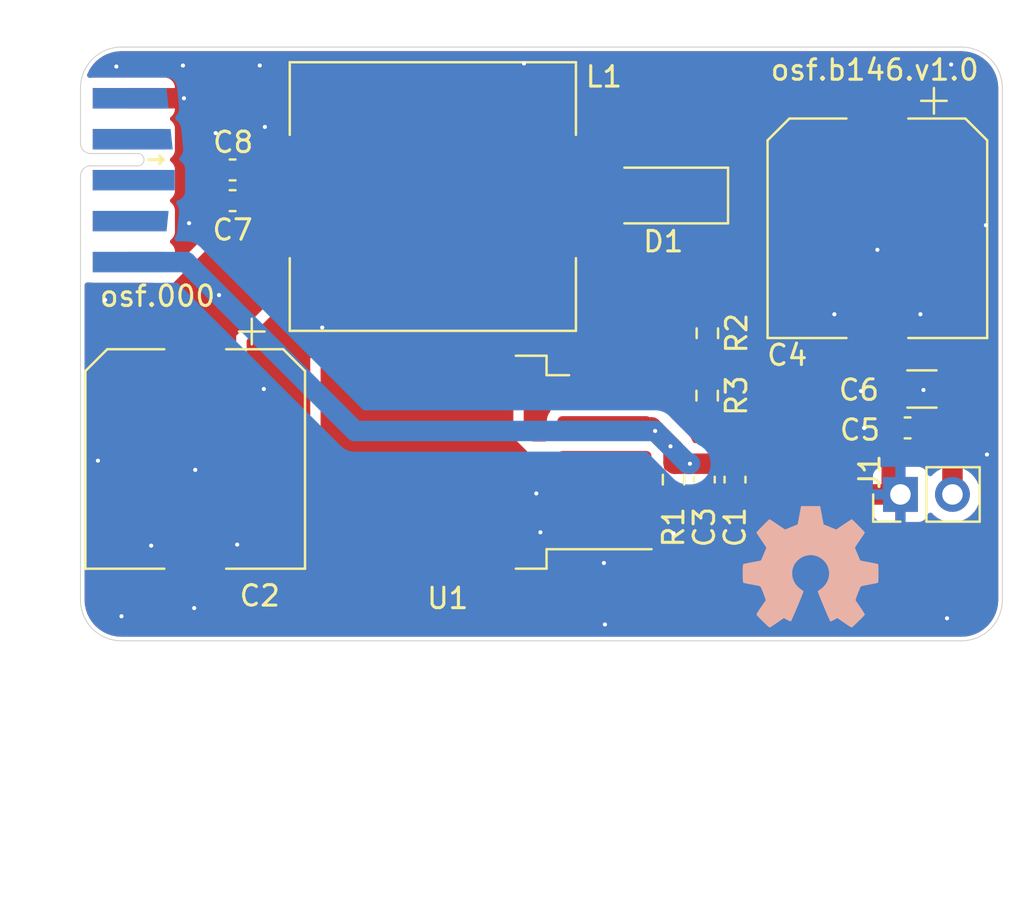
<source format=kicad_pcb>
(kicad_pcb (version 20221018) (generator pcbnew)
  (layers (0 "F.Cu" signal) (31 "B.Cu" signal) (34 "B.Paste" user) (35 "F.Paste" user) (36 "B.SilkS" user "B.Silkscreen") (37 "F.SilkS" user "F.Silkscreen") (38 "B.Mask" user) (39 "F.Mask" user) (44 "Edge.Cuts" user))
  (net 0 "")
  (net 1 "/DCDC/5V")
  (net 2 "GND")
  (net 3 "Net-(U1-EN)")
  (net 4 "Net-(U1-FB)")
  (net 5 "/DCDC/+out")
  (net 6 "Net-(D1-A)")
  (footprint "Capacitor_SMD:C_0603_1608Metric" (layer "F.Cu") (at 147.425 97.5 180)
    (fp_text reference "C7" (at 0 -1.43) (layer "F.SilkS"))
    (fp_text value "100nF")
    (fp_line (start -0.14058 -0.51) (end 0.14058 -0.51) (stroke (width 0.12)) (layer "F.SilkS"))
    (fp_line (start -0.14058 0.51) (end 0.14058 0.51) (stroke (width 0.12)) (layer "F.SilkS"))
    (pad "1" smd roundrect (at -0.775 0 180) (size 0.9 0.95) (layers "F.Cu" "F.Paste" "F.Mask") (net 1 "/DCDC/5V"))
    (pad "2" smd roundrect (at 0.775 0 180) (size 0.9 0.95) (layers "F.Cu" "F.Paste" "F.Mask") (net 2 "GND"))
  )
  (footprint "Connector_PinHeader_2.54mm:PinHeader_1x02_P2.54mm_Vertical" (layer "F.Cu") (at 180.025 111.85 90)
    (fp_text reference "J1" (at 1.1 -1.5 90) (layer "F.SilkS"))
    (fp_text value "Conn_01x02_Pin")
    (fp_line (start -1.33 -1.33) (end 0 -1.33) (stroke (width 0.12)) (layer "F.SilkS"))
    (fp_line (start -1.33 0) (end -1.33 -1.33) (stroke (width 0.12)) (layer "F.SilkS"))
    (fp_line (start -1.33 1.27) (end -1.33 3.87) (stroke (width 0.12)) (layer "F.SilkS"))
    (fp_line (start -1.33 1.27) (end 1.33 1.27) (stroke (width 0.12)) (layer "F.SilkS"))
    (fp_line (start -1.33 3.87) (end 1.33 3.87) (stroke (width 0.12)) (layer "F.SilkS"))
    (fp_line (start 1.33 1.27) (end 1.33 3.87) (stroke (width 0.12)) (layer "F.SilkS"))
    (pad "1" thru_hole rect (at 0 0 90) (size 1.7 1.7) (drill 1) (layers "*.Cu" "*.Mask") (net 2 "GND"))
    (pad "2" thru_hole oval (at 0 2.54 90) (size 1.7 1.7) (drill 1) (layers "*.Cu" "*.Mask") (net 5 "/DCDC/+out"))
  )
  (footprint "Capacitor_SMD:C_1206_3216Metric" (layer "F.Cu") (at 181.075 106.7 180)
    (fp_text reference "C6" (at 3.075 -0.05) (layer "F.SilkS"))
    (fp_text value "1uF")
    (fp_line (start -0.711252 -0.91) (end 0.711252 -0.91) (stroke (width 0.12)) (layer "F.SilkS"))
    (fp_line (start -0.711252 0.91) (end 0.711252 0.91) (stroke (width 0.12)) (layer "F.SilkS"))
    (pad "1" smd roundrect (at -1.475 0 180) (size 1.15 1.8) (layers "F.Cu" "F.Paste" "F.Mask") (roundrect_rratio 0.2173913043) (net 5 "/DCDC/+out"))
    (pad "2" smd roundrect (at 1.475 0 180) (size 1.15 1.8) (layers "F.Cu" "F.Paste" "F.Mask") (roundrect_rratio 0.2173913043) (net 2 "GND"))
  )
  (footprint "Capacitor_SMD:C_0603_1608Metric" (layer "F.Cu") (at 147.425 96 180)
    (fp_text reference "C8" (at -0.025 1.35) (layer "F.SilkS"))
    (fp_text value "1uF")
    (fp_line (start -0.14058 -0.51) (end 0.14058 -0.51) (stroke (width 0.12)) (layer "F.SilkS"))
    (fp_line (start -0.14058 0.51) (end 0.14058 0.51) (stroke (width 0.12)) (layer "F.SilkS"))
    (pad "1" smd roundrect (at -0.775 0 180) (size 0.9 0.95) (layers "F.Cu" "F.Paste" "F.Mask") (net 1 "/DCDC/5V"))
    (pad "2" smd roundrect (at 0.775 0 180) (size 0.9 0.95) (layers "F.Cu" "F.Paste" "F.Mask") (net 2 "GND"))
  )
  (footprint "Resistor_SMD:R_0603_1608Metric" (layer "F.Cu") (at 170.59 107.025 -90)
    (fp_text reference "R3" (at 0 -1.43 90) (layer "F.SilkS"))
    (fp_text value "2.5k")
    (fp_line (start -0.237258 -0.5225) (end 0.237258 -0.5225) (stroke (width 0.12)) (layer "F.SilkS"))
    (fp_line (start -0.237258 0.5225) (end 0.237258 0.5225) (stroke (width 0.12)) (layer "F.SilkS"))
    (pad "1" smd roundrect (at -0.825 0 270) (size 0.8 0.95) (layers "F.Cu" "F.Paste" "F.Mask") (net 4 "Net-(U1-FB)"))
    (pad "2" smd roundrect (at 0.825 0 270) (size 0.8 0.95) (layers "F.Cu" "F.Paste" "F.Mask") (net 2 "GND"))
  )
  (footprint "Capacitor_SMD:C_0603_1608Metric" (layer "F.Cu") (at 180.375 108.6 180)
    (fp_text reference "C5" (at 2.325 -0.1) (layer "F.SilkS"))
    (fp_text value "100nF")
    (fp_line (start -0.14058 -0.51) (end 0.14058 -0.51) (stroke (width 0.12)) (layer "F.SilkS"))
    (fp_line (start -0.14058 0.51) (end 0.14058 0.51) (stroke (width 0.12)) (layer "F.SilkS"))
    (pad "1" smd roundrect (at -0.775 0 180) (size 0.9 0.95) (layers "F.Cu" "F.Paste" "F.Mask") (net 5 "/DCDC/+out"))
    (pad "2" smd roundrect (at 0.775 0 180) (size 0.9 0.95) (layers "F.Cu" "F.Paste" "F.Mask") (net 2 "GND"))
  )
  (footprint "Capacitor_SMD:CP_Elec_10x14.3" (layer "F.Cu") (at 145.6 110.1175 -90)
    (fp_text reference "C2" (at 6.6825 -3.15 -180) (layer "F.SilkS"))
    (fp_text value "220uF")
    (fp_line (start -6.85 -2.76) (end -5.6 -2.76) (stroke (width 0.12)) (layer "F.SilkS"))
    (fp_line (start -6.225 -3.385) (end -6.225 -2.135) (stroke (width 0.12)) (layer "F.SilkS"))
    (fp_line (start -5.36 -4.295563) (end -5.36 -1.51) (stroke (width 0.12)) (layer "F.SilkS"))
    (fp_line (start -5.36 -4.295563) (end -4.295563 -5.36) (stroke (width 0.12)) (layer "F.SilkS"))
    (fp_line (start -5.36 4.295563) (end -5.36 1.51) (stroke (width 0.12)) (layer "F.SilkS"))
    (fp_line (start -5.36 4.295563) (end -4.295563 5.36) (stroke (width 0.12)) (layer "F.SilkS"))
    (fp_line (start -4.295563 -5.36) (end 5.36 -5.36) (stroke (width 0.12)) (layer "F.SilkS"))
    (fp_line (start -4.295563 5.36) (end 5.36 5.36) (stroke (width 0.12)) (layer "F.SilkS"))
    (fp_line (start 5.36 -5.36) (end 5.36 -1.51) (stroke (width 0.12)) (layer "F.SilkS"))
    (fp_line (start 5.36 5.36) (end 5.36 1.51) (stroke (width 0.12)) (layer "F.SilkS"))
    (pad "1" smd roundrect (at -4.2 0 270) (size 4.4 2.5) (layers "F.Cu" "F.Paste" "F.Mask") (roundrect_rratio 0.1) (net 1 "/DCDC/5V"))
    (pad "2" smd roundrect (at 4.2 0 270) (size 4.4 2.5) (layers "F.Cu" "F.Paste" "F.Mask") (roundrect_rratio 0.1) (net 2 "GND"))
  )
  (footprint "Inductor_SMD:L_Sunlord_MWSA1206S-470" (layer "F.Cu") (at 157.2 97.3)
    (fp_text reference "L1" (at 8.35 -5.85) (layer "F.SilkS"))
    (fp_text value "47uH")
    (fp_line (start -6.985 -6.56) (end -6.985 -3.01) (stroke (width 0.12)) (layer "F.SilkS"))
    (fp_line (start -6.985 -6.56) (end 6.985 -6.56) (stroke (width 0.12)) (layer "F.SilkS"))
    (fp_line (start -6.985 6.56) (end -6.985 3.01) (stroke (width 0.12)) (layer "F.SilkS"))
    (fp_line (start -6.985 6.56) (end 6.985 6.56) (stroke (width 0.12)) (layer "F.SilkS"))
    (fp_line (start 6.985 -6.56) (end 6.985 -3.01) (stroke (width 0.12)) (layer "F.SilkS"))
    (fp_line (start 6.985 6.56) (end 6.985 3.01) (stroke (width 0.12)) (layer "F.SilkS"))
    (pad "1" smd rect (at -5.625 0) (size 3.25 5.5) (layers "F.Cu" "F.Paste" "F.Mask") (net 1 "/DCDC/5V"))
    (pad "2" smd rect (at 5.625 0) (size 3.25 5.5) (layers "F.Cu" "F.Paste" "F.Mask") (net 6 "Net-(D1-A)"))
  )
  (footprint "on_edge:on_edge_2x05_device" (layer "F.Cu") (at 140 96.5 -90)
    (fp_text reference "J3")
    (fp_text value "003_power")
    (fp_line (start -1.2 -3.85) (end -1 -4.05) (stroke (width 0.153)) (layer "F.SilkS"))
    (fp_line (start -1 -4.05) (end -1 -3.323) (stroke (width 0.153)) (layer "F.SilkS"))
    (fp_line (start -1 -4.05) (end -0.8 -3.85) (stroke (width 0.153)) (layer "F.SilkS"))
    (fp_line (start -4 0) (end -1.8 0) (stroke (width 0.05)) (layer "Edge.Cuts"))
    (fp_line (start -1.3 -2.8) (end -1.3 -0.5) (stroke (width 0.05)) (layer "Edge.Cuts"))
    (fp_line (start -0.7 -0.5) (end -0.7 -2.8) (stroke (width 0.05)) (layer "Edge.Cuts"))
    (fp_line (start -0.2 0) (end 4 0) (stroke (width 0.05)) (layer "Edge.Cuts"))
    (fp_arc (start -1.3 -2.8) (mid -1 -3.1) (end -0.7 -2.8) (stroke (width 0.05)) (layer "Edge.Cuts"))
    (fp_arc (start -1.3 -0.5) (mid -1.446447 -0.146447) (end -1.8 0) (stroke (width 0.05)) (layer "Edge.Cuts"))
    (fp_arc (start -0.2 0) (mid -0.553553 -0.146447) (end -0.7 -0.5) (stroke (width 0.05)) (layer "Edge.Cuts"))
    (pad "1" smd rect (at -4 -2.35 90) (size 1 3.5) (layers "F.Cu" "F.Mask") (net 2 "GND"))
    (pad "2" smd rect (at -2 -2.35 270) (size 1 3.5) (layers "F.Cu" "F.Mask"))
    (pad "3" smd rect (at 0 -2.35 270) (size 1 3.5) (layers "F.Cu" "F.Mask"))
    (pad "4" smd rect (at 2 -2.35 90) (size 1 3.5) (layers "F.Cu" "F.Mask"))
    (pad "5" smd rect (at 4 -2.35 90) (size 1 3.5) (layers "F.Cu" "F.Mask"))
    (pad "6" smd custom (at -4 -2.4 270) (size 1 3.6) (layers "B.Cu" "B.Mask") (options (clearance outline) (anchor rect)) (primitives (gr_poly (pts (xy 0.5 -1.8) (xy 0.5 -1.9) (xy -0.5 -1.8)) (width 0) (fill yes))))
    (pad "7" smd custom (at -2 -2.1 270) (size 1 3) (layers "B.Cu" "B.Mask") (options (clearance outline) (anchor rect)) (primitives (gr_poly (pts (xy 0.3 -0.51) (xy 0.31 -0.62) (xy 0.33 -0.7) (xy 0.35 -0.76) (xy 0.37 -0.81) (xy 0.4 -0.86) (xy 0.44 -0.92) (xy 0.48 -0.97) (xy 0.5 -0.99) (xy 0.5 -2.4) (xy -0.5 -2.3) (xy -0.5 1.5) (xy 0.3 1.5)) (width 0) (fill yes))))
    (pad "8" smd rect (at 0 -2.6 270) (size 1 4) (layers "B.Cu" "B.Mask"))
    (pad "9" smd custom (at 2 -2.4 270) (size 1 3.6) (layers "B.Cu" "B.Mask") (options (clearance outline) (anchor rect)) (primitives (gr_poly (pts (xy -0.5 -1.8) (xy -0.5 -1.9) (xy 0.5 -1.8)) (width 0) (fill yes))))
    (pad "10" smd custom (at 4 -2.3 270) (size 1 3.4) (layers "B.Cu" "B.Mask") (net 1 "/DCDC/5V") (options (clearance outline) (anchor rect)) (primitives (gr_poly (pts (xy -0.5 -1.7) (xy -0.5 -1.8) (xy 0.5 -1.7)) (width 0) (fill yes))))
    (zone (net 0) (net_name "") (layers "F&B.Cu") (connect_pads (clearance 0)) (min_thickness 0.254)
      (keepout (tracks allowed) (vias not_allowed) (pads allowed) (copperpour not_allowed) (footprints not_allowed))
      (fill (thermal_gap 0.508) (thermal_bridge_width 0.508))
      (polygon (pts (xy 140 101.5) (xy 140 91.5) (xy 144 91.5) (xy 144 101.5)))
    )
  )
  (footprint "Resistor_SMD:R_0603_1608Metric" (layer "F.Cu") (at 170.6 103.975 -90)
    (fp_text reference "R2" (at 0 -1.43 90) (layer "F.SilkS"))
    (fp_text value "100k")
    (fp_line (start -0.237258 -0.5225) (end 0.237258 -0.5225) (stroke (width 0.12)) (layer "F.SilkS"))
    (fp_line (start -0.237258 0.5225) (end 0.237258 0.5225) (stroke (width 0.12)) (layer "F.SilkS"))
    (pad "1" smd roundrect (at -0.825 0 270) (size 0.8 0.95) (layers "F.Cu" "F.Paste" "F.Mask") (net 5 "/DCDC/+out"))
    (pad "2" smd roundrect (at 0.825 0 270) (size 0.8 0.95) (layers "F.Cu" "F.Paste" "F.Mask") (net 4 "Net-(U1-FB)"))
  )
  (footprint "Package_TO_SOT_SMD:TO-263-5_TabPin3" (layer "F.Cu") (at 157.925 110.275 180)
    (fp_text reference "U1" (at 0 -6.65) (layer "F.SilkS"))
    (fp_text value "XL6019E1")
    (fp_line (start -4.825 -5.2) (end -4.825 -4.25) (stroke (width 0.12)) (layer "F.SilkS"))
    (fp_line (start -4.825 -4.25) (end -9.95 -4.25) (stroke (width 0.12)) (layer "F.SilkS"))
    (fp_line (start -4.825 4.25) (end -5.925 4.25) (stroke (width 0.12)) (layer "F.SilkS"))
    (fp_line (start -4.825 5.2) (end -4.825 4.25) (stroke (width 0.12)) (layer "F.SilkS"))
    (fp_line (start -3.325 -5.2) (end -4.825 -5.2) (stroke (width 0.12)) (layer "F.SilkS"))
    (fp_line (start -3.325 5.2) (end -4.825 5.2) (stroke (width 0.12)) (layer "F.SilkS"))
    (pad "1" smd roundrect (at -7.65 -3.4 180) (size 4.6 1.1) (layers "F.Cu" "F.Paste" "F.Mask") (roundrect_rratio 0.2272727273) (net 2 "GND"))
    (pad "2" smd roundrect (at -7.65 -1.7 180) (size 4.6 1.1) (layers "F.Cu" "F.Paste" "F.Mask") (roundrect_rratio 0.2272727273) (net 3 "Net-(U1-EN)"))
    (pad "3" smd roundrect (at -7.65 0 180) (size 4.6 1.1) (layers "F.Cu" "F.Paste" "F.Mask") (roundrect_rratio 0.2272727273) (net 6 "Net-(D1-A)"))
    (pad "3" smd roundrect (at -0.925 -2.775 180) (size 4.55 5.25) (layers "F.Cu" "F.Paste") (roundrect_rratio 0.05494505495) (net 6 "Net-(D1-A)"))
    (pad "3" smd roundrect (at -0.925 2.775 180) (size 4.55 5.25) (layers "F.Cu" "F.Paste") (roundrect_rratio 0.05494505495) (net 6 "Net-(D1-A)"))
    (pad "3" smd roundrect (at 1.5 0 180) (size 9.4 10.8) (layers "F.Cu" "F.Mask") (roundrect_rratio 0.02659595745) (net 6 "Net-(D1-A)"))
    (pad "3" smd roundrect (at 3.925 -2.775 180) (size 4.55 5.25) (layers "F.Cu" "F.Paste") (roundrect_rratio 0.05494505495) (net 6 "Net-(D1-A)"))
    (pad "3" smd roundrect (at 3.925 2.775 180) (size 4.55 5.25) (layers "F.Cu" "F.Paste") (roundrect_rratio 0.05494505495) (net 6 "Net-(D1-A)"))
    (pad "4" smd roundrect (at -7.65 1.7 180) (size 4.6 1.1) (layers "F.Cu" "F.Paste" "F.Mask") (roundrect_rratio 0.2272727273) (net 1 "/DCDC/5V"))
    (pad "5" smd roundrect (at -7.65 3.4 180) (size 4.6 1.1) (layers "F.Cu" "F.Paste" "F.Mask") (roundrect_rratio 0.2272727273) (net 4 "Net-(U1-FB)"))
  )
  (footprint "Diode_SMD:D_SOD-128" (layer "F.Cu") (at 168.45 97.25 180)
    (fp_text reference "D1" (at 0 -2.25) (layer "F.SilkS"))
    (fp_text value "PMEG6010EP,115")
    (fp_line (start -3.16 -1.36) (end -3.16 1.36) (stroke (width 0.12)) (layer "F.SilkS"))
    (fp_line (start -3.16 -1.36) (end 1.9 -1.36) (stroke (width 0.12)) (layer "F.SilkS"))
    (fp_line (start -3.16 1.36) (end 1.9 1.36) (stroke (width 0.12)) (layer "F.SilkS"))
    (pad "1" smd roundrect (at -2.2 0 180) (size 1.4 2.1) (layers "F.Cu" "F.Paste" "F.Mask") (roundrect_rratio 0.1785714286) (net 5 "/DCDC/+out"))
    (pad "2" smd roundrect (at 2.2 0 180) (size 1.4 2.1) (layers "F.Cu" "F.Paste" "F.Mask") (roundrect_rratio 0.1785714286) (net 6 "Net-(D1-A)"))
  )
  (footprint "Capacitor_SMD:CP_Elec_10x14.3" (layer "F.Cu") (at 178.9 98.85 -90)
    (fp_text reference "C4" (at 6.2 4.4 -180) (layer "F.SilkS"))
    (fp_text value "220uF")
    (fp_line (start -6.85 -2.76) (end -5.6 -2.76) (stroke (width 0.12)) (layer "F.SilkS"))
    (fp_line (start -6.225 -3.385) (end -6.225 -2.135) (stroke (width 0.12)) (layer "F.SilkS"))
    (fp_line (start -5.36 -4.295563) (end -5.36 -1.51) (stroke (width 0.12)) (layer "F.SilkS"))
    (fp_line (start -5.36 -4.295563) (end -4.295563 -5.36) (stroke (width 0.12)) (layer "F.SilkS"))
    (fp_line (start -5.36 4.295563) (end -5.36 1.51) (stroke (width 0.12)) (layer "F.SilkS"))
    (fp_line (start -5.36 4.295563) (end -4.295563 5.36) (stroke (width 0.12)) (layer "F.SilkS"))
    (fp_line (start -4.295563 -5.36) (end 5.36 -5.36) (stroke (width 0.12)) (layer "F.SilkS"))
    (fp_line (start -4.295563 5.36) (end 5.36 5.36) (stroke (width 0.12)) (layer "F.SilkS"))
    (fp_line (start 5.36 -5.36) (end 5.36 -1.51) (stroke (width 0.12)) (layer "F.SilkS"))
    (fp_line (start 5.36 5.36) (end 5.36 1.51) (stroke (width 0.12)) (layer "F.SilkS"))
    (pad "1" smd roundrect (at -4.2 0 270) (size 4.4 2.5) (layers "F.Cu" "F.Paste" "F.Mask") (roundrect_rratio 0.1) (net 5 "/DCDC/+out"))
    (pad "2" smd roundrect (at 4.2 0 270) (size 4.4 2.5) (layers "F.Cu" "F.Paste" "F.Mask") (roundrect_rratio 0.1) (net 2 "GND"))
  )
  (footprint "Capacitor_SMD:C_0603_1608Metric" (layer "F.Cu") (at 170.45 111.125 -90)
    (fp_text reference "C3" (at 2.325 0 90) (layer "F.SilkS"))
    (fp_text value "100nF")
    (fp_line (start -0.14058 -0.51) (end 0.14058 -0.51) (stroke (width 0.12)) (layer "F.SilkS"))
    (fp_line (start -0.14058 0.51) (end 0.14058 0.51) (stroke (width 0.12)) (layer "F.SilkS"))
    (pad "1" smd roundrect (at -0.775 0 270) (size 0.9 0.95) (layers "F.Cu" "F.Paste" "F.Mask") (net 1 "/DCDC/5V"))
    (pad "2" smd roundrect (at 0.775 0 270) (size 0.9 0.95) (layers "F.Cu" "F.Paste" "F.Mask") (net 2 "GND"))
  )
  (footprint "Resistor_SMD:R_0603_1608Metric" (layer "F.Cu") (at 168.95 111.125 -90)
    (fp_text reference "R1" (at 2.325 0 90) (layer "F.SilkS"))
    (fp_text value "100k")
    (fp_line (start -0.237258 -0.5225) (end 0.237258 -0.5225) (stroke (width 0.12)) (layer "F.SilkS"))
    (fp_line (start -0.237258 0.5225) (end 0.237258 0.5225) (stroke (width 0.12)) (layer "F.SilkS"))
    (pad "1" smd roundrect (at -0.825 0 270) (size 0.8 0.95) (layers "F.Cu" "F.Paste" "F.Mask") (net 1 "/DCDC/5V"))
    (pad "2" smd roundrect (at 0.825 0 270) (size 0.8 0.95) (layers "F.Cu" "F.Paste" "F.Mask") (net 3 "Net-(U1-EN)"))
  )
  (footprint "Capacitor_SMD:C_0603_1608Metric" (layer "F.Cu") (at 171.95 111.125 -90)
    (fp_text reference "C1" (at 2.325 0 90) (layer "F.SilkS"))
    (fp_text value "1uF")
    (fp_line (start -0.14058 -0.51) (end 0.14058 -0.51) (stroke (width 0.12)) (layer "F.SilkS"))
    (fp_line (start -0.14058 0.51) (end 0.14058 0.51) (stroke (width 0.12)) (layer "F.SilkS"))
    (pad "1" smd roundrect (at -0.775 0 270) (size 0.9 0.95) (layers "F.Cu" "F.Paste" "F.Mask") (net 1 "/DCDC/5V"))
    (pad "2" smd roundrect (at 0.775 0 270) (size 0.9 0.95) (layers "F.Cu" "F.Paste" "F.Mask") (net 2 "GND"))
  )
  (footprint "Symbol:OSHW-Symbol_6.7x6mm_SilkScreen" (layer "B.Cu") (at 175.65 115.4 180)
    (fp_text reference "LOGO1" hide)
    (fp_text value "Logo_Open_Hardware_Small" hide)
    (fp_poly (pts (xy 0.555814 2.531069) (xy 0.639635 2.086445) (xy 0.94892 1.958947) (xy 1.258206 1.831449) (xy 1.629246 2.083754) (xy 1.733157 2.154004) (xy 1.827087 2.216728) (xy 1.906652 2.269062) (xy 1.96747 2.308143) (xy 2.005157 2.331107) (xy 2.015421 2.336058) (xy 2.03391 2.323324) (xy 2.07342 2.288118) (xy 2.129522 2.234938) (xy 2.197787 2.168282) (xy 2.273786 2.092646) (xy 2.353092 2.012528) (xy 2.431275 1.932426) (xy 2.503907 1.856836) (xy 2.566559 1.790255) (xy 2.614803 1.737182) (xy 2.64421 1.702113) (xy 2.651241 1.690377) (xy 2.641123 1.66874) (xy 2.612759 1.621338) (xy 2.569129 1.552807) (xy 2.513218 1.467785) (xy 2.448006 1.370907) (xy 2.410219 1.31565) (xy 2.341343 1.214752) (xy 2.28014 1.123701) (xy 2.229578 1.04703) (xy 2.192628 0.989272) (xy 2.172258 0.954957) (xy 2.169197 0.947746) (xy 2.176136 0.927252) (xy 2.195051 0.879487) (xy 2.223087 0.811168) (xy 2.257391 0.729011) (xy 2.295109 0.63973) (xy 2.333387 0.550042) (xy 2.36937 0.466662) (xy 2.400206 0.396306) (xy 2.423039 0.34569) (xy 2.435017 0.321529) (xy 2.435724 0.320578) (xy 2.454531 0.315964) (xy 2.504618 0.305672) (xy 2.580793 0.290713) (xy 2.677865 0.272099) (xy 2.790643 0.250841) (xy 2.856442 0.238582) (xy 2.97695 0.215638) (xy 3.085797 0.193805) (xy 3.177476 0.174278) (xy 3.246481 0.158252) (xy 3.287304 0.146921) (xy 3.295511 0.143326) (xy 3.303548 0.118994) (xy 3.310033 0.064041) (xy 3.31497 -0.015108) (xy 3.318364 -0.112026) (xy 3.320218 -0.220287) (xy 3.320538 -0.333465) (xy 3.319327 -0.445135) (xy 3.31659 -0.548868) (xy 3.312331 -0.638241) (xy 3.306555 -0.706826) (xy 3.299267 -0.748197) (xy 3.294895 -0.75681) (xy 3.268764 -0.767133) (xy 3.213393 -0.781892) (xy 3.136107 -0.799352) (xy 3.04423 -0.81778) (xy 3.012158 -0.823741) (xy 2.857524 -0.852066) (xy 2.735375 -0.874876) (xy 2.641673 -0.89308) (xy 2.572384 -0.907583) (xy 2.523471 -0.919292) (xy 2.490897 -0.929115) (xy 2.470628 -0.937956) (xy 2.458626 -0.946724) (xy 2.456947 -0.948457) (xy 2.440184 -0.976371) (xy 2.414614 -1.030695) (xy 2.382788 -1.104777) (xy 2.34726 -1.191965) (xy 2.310583 -1.285608) (xy 2.275311 -1.379052) (xy 2.243996 -1.465647) (xy 2.219193 -1.53874) (xy 2.203454 -1.591678) (xy 2.199332 -1.617811) (xy 2.199676 -1.618726) (xy 2.213641 -1.640086) (xy 2.245322 -1.687084) (xy 2.291391 -1.754827) (xy 2.348518 -1.838423) (xy 2.413373 -1.932982) (xy 2.431843 -1.959854) (xy 2.497699 -2.057275) (xy 2.55565 -2.146163) (xy 2.602538 -2.221412) (xy 2.635207 -2.27792) (xy 2.6505 -2.310581) (xy 2.651241 -2.314593) (xy 2.638392 -2.335684) (xy 2.602888 -2.377464) (xy 2.549293 -2.435445) (xy 2.482171 -2.505135) (xy 2.406087 -2.582045) (xy 2.325604 -2.661683) (xy 2.245287 -2.739561) (xy 2.169699 -2.811186) (xy 2.103405 -2.87207) (xy 2.050969 -2.917721) (xy 2.016955 -2.94365) (xy 2.007545 -2.947883) (xy 1.985643 -2.937912) (xy 1.9408 -2.91102) (xy 1.880321 -2.871736) (xy 1.833789 -2.840117) (xy 1.749475 -2.782098) (xy 1.649626 -2.713784) (xy 1.549473 -2.645579) (xy 1.495627 -2.609075) (xy 1.313371 -2.4858) (xy 1.160381 -2.56852) (xy 1.090682 -2.604759) (xy 1.031414 -2.632926) (xy 0.991311 -2.648991) (xy 0.981103 -2.651226) (xy 0.968829 -2.634722) (xy 0.944613 -2.588082) (xy 0.910263 -2.515609) (xy 0.867588 -2.421606) (xy 0.818394 -2.310374) (xy 0.76449 -2.186215) (xy 0.707684 -2.053432) (xy 0.649782 -1.916327) (xy 0.592593 -1.779202) (xy 0.537924 -1.646358) (xy 0.487584 -1.522098) (xy 0.44338 -1.410725) (xy 0.407119 -1.316539) (xy 0.380609 -1.243844) (xy 0.365658 -1.196941) (xy 0.363254 -1.180833) (xy 0.382311 -1.160286) (xy 0.424036 -1.126933) (xy 0.479706 -1.087702) (xy 0.484378 -1.084599) (xy 0.628264 -0.969423) (xy 0.744283 -0.835053) (xy 0.83143 -0.685784) (xy 0.888699 -0.525913) (xy 0.915086 -0.359737) (xy 0.909585 -0.191552) (xy 0.87119 -0.025655) (xy 0.798895 0.133658) (xy 0.777626 0.168513) (xy 0.666996 0.309263) (xy 0.536302 0.422286) (xy 0.390064 0.506997) (xy 0.232808 0.562806) (xy 0.069057 0.589126) (xy -0.096667 0.58537) (xy -0.259838 0.55095) (xy -0.415935 0.485277) (xy -0.560433 0.387765) (xy -0.605131 0.348187) (xy -0.718888 0.224297) (xy -0.801782 0.093876) (xy -0.858644 -0.052315) (xy -0.890313 -0.197088) (xy -0.898131 -0.35986) (xy -0.872062 -0.52344) (xy -0.814755 -0.682298) (xy -0.728856 -0.830906) (xy -0.617014 -0.963735) (xy -0.481877 -1.075256) (xy -0.464117 -1.087011) (xy -0.40785 -1.125508) (xy -0.365077 -1.158863) (xy -0.344628 -1.18016) (xy -0.344331 -1.180833) (xy -0.348721 -1.203871) (xy -0.366124 -1.256157) (xy -0.394732 -1.33339) (xy -0.432735 -1.431268) (xy -0.478326 -1.545491) (xy -0.529697 -1.671758) (xy -0.585038 -1.805767) (xy -0.642542 -1.943218) (xy -0.700399 -2.079808) (xy -0.756802 -2.211237) (xy -0.809942 -2.333205) (xy -0.85801 -2.441409) (xy -0.899199 -2.531549) (xy -0.931699 -2.599323) (xy -0.953703 -2.64043) (xy -0.962564 -2.651226) (xy -0.98964 -2.642819) (xy -1.040303 -2.620272) (xy -1.105817 -2.587613) (xy -1.141841 -2.56852) (xy -1.294832 -2.4858) (xy -1.477088 -2.609075) (xy -1.570125 -2.672228) (xy -1.671985 -2.741727) (xy -1.767438 -2.807165) (xy -1.81525 -2.840117) (xy -1.882495 -2.885273) (xy -1.939436 -2.921057) (xy -1.978646 -2.942938) (xy -1.991381 -2.947563) (xy -2.009917 -2.935085) (xy -2.050941 -2.900252) (xy -2.110475 -2.846678) (xy -2.184542 -2.777983) (xy -2.269165 -2.697781) (xy -2.322685 -2.646286) (xy -2.416319 -2.554286) (xy -2.497241 -2.471999) (xy -2.562177 -2.402945) (xy -2.607858 -2.350644) (xy -2.631011 -2.318616) (xy -2.633232 -2.312116) (xy -2.622924 -2.287394) (xy -2.594439 -2.237405) (xy -2.550937 -2.167212) (xy -2.495577 -2.081875) (xy -2.43152 -1.986456) (xy -2.413303 -1.959854) (xy -2.346927 -1.863167) (xy -2.287378 -1.776117) (xy -2.237984 -1.703595) (xy -2.202075 -1.650493) (xy -2.182981 -1.621703) (xy -2.181136 -1.618726) (xy -2.183895 -1.595782) (xy -2.198538 -1.545336) (xy -2.222513 -1.474041) (xy -2.253266 -1.388547) (xy -2.288244 -1.295507) (xy -2.324893 -1.201574) (xy -2.360661 -1.113399) (xy -2.392994 -1.037634) (xy -2.419338 -0.980931) (xy -2.437142 -0.949943) (xy -2.438407 -0.948457) (xy -2.449294 -0.939601) (xy -2.467682 -0.930843) (xy -2.497606 -0.921277) (xy -2.543103 -0.909996) (xy -2.608209 -0.896093) (xy -2.696961 -0.878663) (xy -2.813393 -0.856798) (xy -2.961542 -0.829591) (xy -2.993618 -0.823741) (xy -3.088686 -0.805374) (xy -3.171565 -0.787405) (xy -3.23493 -0.771569) (xy -3.271458 -0.7596) (xy -3.276356 -0.75681) (xy -3.284427 -0.732072) (xy -3.290987 -0.67679) (xy -3.296033 -0.597389) (xy -3.299559 -0.500296) (xy -3.301561 -0.391938) (xy -3.302036 -0.27874) (xy -3.300977 -0.167128) (xy -3.298382 -0.063529) (xy -3.294246 0.025632) (xy -3.288563 0.093928) (xy -3.281331 0.134934) (xy -3.276971 0.143326) (xy -3.252698 0.151792) (xy -3.197426 0.165565) (xy -3.116662 0.18345) (xy -3.015912 0.204252) (xy -2.900683 0.226777) (xy -2.837902 0.238582) (xy -2.718787 0.260849) (xy -2.612565 0.281021) (xy -2.524427 0.298085) (xy -2.459566 0.311031) (xy -2.423174 0.318845) (xy -2.417184 0.320578) (xy -2.407061 0.34011) (xy -2.385662 0.387157) (xy -2.355839 0.454997) (xy -2.320445 0.536909) (xy -2.282332 0.626172) (xy -2.244353 0.716065) (xy -2.20936 0.799865) (xy -2.180206 0.870853) (xy -2.159743 0.922306) (xy -2.150823 0.947503) (xy -2.150657 0.948604) (xy -2.160769 0.968481) (xy -2.189117 1.014223) (xy -2.232723 1.081283) (xy -2.288606 1.165116) (xy -2.353787 1.261174) (xy -2.391679 1.31635) (xy -2.460725 1.417519) (xy -2.52205 1.50937) (xy -2.572663 1.587256) (xy -2.609571 1.646531) (xy -2.629782 1.682549) (xy -2.632701 1.690623) (xy -2.620153 1.709416) (xy -2.585463 1.749543) (xy -2.533063 1.806507) (xy -2.467384 1.875815) (xy -2.392856 1.952969) (xy -2.313913 2.033475) (xy -2.234983 2.112837) (xy -2.1605 2.18656) (xy -2.094894 2.250148) (xy -2.042596 2.299106) (xy -2.008039 2.328939) (xy -1.996478 2.336058) (xy -1.977654 2.326047) (xy -1.932631 2.297922) (xy -1.865787 2.254546) (xy -1.781499 2.198782) (xy -1.684144 2.133494) (xy -1.610707 2.083754) (xy -1.239667 1.831449) (xy -0.621095 2.086445) (xy -0.537275 2.531069) (xy -0.453454 2.975693) (xy 0.471994 2.975693) (xy 0.555814 2.531069)) (stroke (width 0.01)) (fill solid) (layer "B.SilkS"))
  )
  (gr_line (start 140 117) (end 140 100.5) (stroke (width 0.05)) (layer "Edge.Cuts"))
  (gr_line (start 142 90) (end 183 90) (stroke (width 0.05)) (layer "Edge.Cuts"))
  (gr_arc (start 185 117) (mid 184.414214 118.414214) (end 183 119) (stroke (width 0.05)) (layer "Edge.Cuts"))
  (gr_line (start 183 119) (end 142 119) (stroke (width 0.05)) (layer "Edge.Cuts"))
  (gr_arc (start 183 90) (mid 184.414214 90.585786) (end 185 92) (stroke (width 0.05)) (layer "Edge.Cuts"))
  (gr_arc (start 142 119) (mid 140.585786 118.414214) (end 140 117) (stroke (width 0.05)) (layer "Edge.Cuts"))
  (gr_line (start 185 117) (end 185 92) (stroke (width 0.05)) (layer "Edge.Cuts"))
  (gr_line (start 140 92.5) (end 140 92) (stroke (width 0.05)) (layer "Edge.Cuts"))
  (gr_arc (start 140 92) (mid 140.585786 90.585786) (end 142 90) (stroke (width 0.05)) (layer "Edge.Cuts"))
  (gr_text "osf.000" (at 140.85 102.75) (layer "F.SilkS") (effects (font (size 1 1)) (justify left bottom)))
  (gr_text "osf.b146.v1.0" (at 173.6 91.7) (layer "F.SilkS") (effects (font (size 1 1)) (justify left bottom)))
  (segment (start 145.6 103.275) (end 146.7625 102.1125) (width 1) (layer "F.Cu") (net 1))
  (segment (start 167.875 108.575) (end 168.05 108.75) (width 1) (layer "F.Cu") (net 1))
  (segment (start 146.7625 102.1125) (end 151.575 97.3) (width 1) (layer "F.Cu") (net 1))
  (segment (start 145.6 105.9175) (end 145.6 103.275) (width 4) (layer "F.Cu") (net 1))
  (segment (start 168.05 108.75) (end 168.8 109.5) (width 1) (layer "F.Cu") (net 1))
  (segment (start 169 110.35) (end 168.95 110.3) (width 1) (layer "F.Cu") (net 1))
  (segment (start 148.2 96) (end 148.2 97.5) (width 1) (layer "F.Cu") (net 1))
  (segment (start 171.95 110.35) (end 169.75 110.35) (width 1) (layer "F.Cu") (net 1))
  (segment (start 168.95 109.65) (end 168.95 110.3) (width 1) (layer "F.Cu") (net 1))
  (segment (start 168.8 109.5) (end 168.95 109.65) (width 1) (layer "F.Cu") (net 1))
  (segment (start 148.2 97.5) (end 151.375 97.5) (width 1) (layer "F.Cu") (net 1))
  (segment (start 165.575 108.575) (end 167.875 108.575) (width 1) (layer "F.Cu") (net 1))
  (segment (start 145.6 103.275) (end 151.575 97.3) (width 4) (layer "F.Cu") (net 1))
  (segment (start 151.375 97.5) (end 151.575 97.3) (width 1) (layer "F.Cu") (net 1))
  (segment (start 169.75 110.35) (end 169 110.35) (width 1) (layer "F.Cu") (net 1))
  (via (at 169.75 110.35) (size 0.5) (drill 0.2) (layers "F.Cu" "B.Cu") (net 1))
  (via (at 146.7625 102.1125) (size 0.5) (drill 0.2) (layers "F.Cu" "B.Cu") (net 1))
  (via (at 168.05 108.75) (size 0.5) (drill 0.2) (layers "F.Cu" "B.Cu") (net 1))
  (via (at 168.8 109.5) (size 0.5) (drill 0.2) (layers "F.Cu" "B.Cu") (net 1))
  (segment (start 142.3 100.5) (end 145.15 100.5) (width 1) (layer "B.Cu") (net 1))
  (segment (start 153.4 108.75) (end 146.7625 102.1125) (width 1) (layer "B.Cu") (net 1))
  (segment (start 168.05 108.75) (end 153.4 108.75) (width 1) (layer "B.Cu") (net 1))
  (segment (start 169.65 110.35) (end 168.05 108.75) (width 1) (layer "B.Cu") (net 1))
  (segment (start 145.15 100.5) (end 146.7625 102.1125) (width 1) (layer "B.Cu") (net 1))
  (segment (start 169.75 110.35) (end 169.65 110.35) (width 1) (layer "B.Cu") (net 1))
  (segment (start 145.6 114.3175) (end 147.5845 116.302) (width 1) (layer "F.Cu") (net 2))
  (segment (start 154.202 101.512692) (end 152.014692 103.7) (width 1) (layer "F.Cu") (net 2))
  (segment (start 146.65 94.15) (end 146.6 94.2) (width 1) (layer "F.Cu") (net 2))
  (segment (start 145.6 110.114692) (end 145.6 110.65) (width 1) (layer "F.Cu") (net 2))
  (segment (start 152.014692 103.7) (end 151.8 103.7) (width 1) (layer "F.Cu") (net 2))
  (segment (start 165.575 113.675) (end 168.875096 113.675) (width 1) (layer "F.Cu") (net 2))
  (segment (start 142.35 92.5) (end 145.05 92.5) (width 1) (layer "F.Cu") (net 2))
  (segment (start 147.5845 116.302) (end 162.948 116.302) (width 1) (layer "F.Cu") (net 2))
  (segment (start 149.023 93.923) (end 153.673 93.923) (width 1) (layer "F.Cu") (net 2))
  (segment (start 171.136146 107.85) (end 173.077 109.790854) (width 1) (layer "F.Cu") (net 2))
  (segment (start 146.65 95.525) (end 148.252 93.923) (width 1) (layer "F.Cu") (net 2))
  (segment (start 168.800096 113.75) (end 170.052 112.498096) (width 1) (layer "F.Cu") (net 2))
  (segment (start 151.8 103.7) (end 151.8 103.914692) (width 1) (layer "F.Cu") (net 2))
  (segment (start 148.252 93.923) (end 148.977 93.923) (width 1) (layer "F.Cu") (net 2))
  (segment (start 173.077 111.823) (end 173.05 111.85) (width 1) (layer "F.Cu") (net 2))
  (segment (start 170.052 112.498096) (end 170.052 112.298) (width 1) (layer "F.Cu") (net 2))
  (segment (start 168.95 113.75) (end 168.800096 113.75) (width 1) (layer "F.Cu") (net 2))
  (segment (start 179.6 111.425) (end 180.025 111.85) (width 1) (layer "F.Cu") (net 2))
  (segment (start 153.673 93.923) (end 154.202 94.452) (width 1) (layer "F.Cu") (net 2))
  (segment (start 170.59 107.85) (end 171.136146 107.85) (width 1) (layer "F.Cu") (net 2))
  (segment (start 179.6 108.6) (end 179.6 111.425) (width 1) (layer "F.Cu") (net 2))
  (segment (start 149.014692 106.7) (end 148.95 106.7) (width 1) (layer "F.Cu") (net 2))
  (segment (start 148.95 106.764692) (end 145.6 110.114692) (width 1) (layer "F.Cu") (net 2))
  (segment (start 168.95 113.600096) (end 168.95 113.75) (width 1) (layer "F.Cu") (net 2))
  (segment (start 145.6 110.65) (end 145.6 114.3175) (width 1) (layer "F.Cu") (net 2))
  (segment (start 162.948 116.302) (end 165.575 113.675) (width 1) (layer "F.Cu") (net 2))
  (segment (start 173.077 109.790854) (end 173.077 111.823) (width 1) (layer "F.Cu") (net 2))
  (segment (start 146.65 93.5) (end 146.65 94.15) (width 1) (layer "F.Cu") (net 2))
  (segment (start 148.95 106.7) (end 148.95 106.764692) (width 1) (layer "F.Cu") (net 2))
  (segment (start 170.5 111.85) (end 173.05 111.85) (width 1) (layer "F.Cu") (net 2))
  (segment (start 179.6 108.6) (end 179.6 103.75) (width 1) (layer "F.Cu") (net 2))
  (segment (start 170.052 112.298) (end 170.5 111.85) (width 1) (layer "F.Cu") (net 2))
  (segment (start 146.65 96) (end 146.65 95.525) (width 1) (layer "F.Cu") (net 2))
  (segment (start 145.65 92.5) (end 146.65 93.5) (width 1) (layer "F.Cu") (net 2))
  (segment (start 173.05 111.85) (end 180.025 111.85) (width 1) (layer "F.Cu") (net 2))
  (segment (start 146.6 94.2) (end 146.65 94.25) (width 1) (layer "F.Cu") (net 2))
  (segment (start 168.875096 113.675) (end 168.95 113.600096) (width 1) (layer "F.Cu") (net 2))
  (segment (start 179.6 103.75) (end 178.9 103.05) (width 1) (layer "F.Cu") (net 2))
  (segment (start 154.202 94.452) (end 154.202 101.512692) (width 1) (layer "F.Cu") (net 2))
  (segment (start 145.05 92.5) (end 145.65 92.5) (width 1) (layer "F.Cu") (net 2))
  (segment (start 151.8 103.914692) (end 149.014692 106.7) (width 1) (layer "F.Cu") (net 2))
  (segment (start 149 93.9) (end 149.023 93.923) (width 1) (layer "F.Cu") (net 2))
  (segment (start 146.65 94.25) (end 146.65 97.5) (width 1) (layer "F.Cu") (net 2))
  (segment (start 148.977 93.923) (end 149 93.9) (width 1) (layer "F.Cu") (net 2))
  (via (at 162.45 113.7) (size 0.5) (drill 0.2) (layers "F.Cu" "B.Cu") (net 2))
  (via (at 182.3 117.9) (size 0.5) (drill 0.2) (layers "F.Cu" "B.Cu") (net 2))
  (via (at 141.75 90.95) (size 0.5) (drill 0.2) (layers "F.Cu" "B.Cu") (net 2))
  (via (at 140.85 110.2) (size 0.5) (drill 0.2) (layers "F.Cu" "B.Cu") (net 2))
  (via (at 143.45 114.35) (size 0.5) (drill 0.2) (layers "F.Cu" "B.Cu") (net 2))
  (via (at 149 93.9) (size 0.5) (drill 0.2) (layers "F.Cu" "B.Cu") (net 2))
  (via (at 181.15 106.75) (size 0.5) (drill 0.2) (layers "F.Cu" "B.Cu") (net 2))
  (via (at 148.75 90.9) (size 0.5) (drill 0.2) (layers "F.Cu" "B.Cu") (net 2))
  (via (at 181 103.05) (size 0.5) (drill 0.2) (layers "F.Cu" "B.Cu") (net 2))
  (via (at 145.6 110.65) (size 0.5) (drill 0.2) (layers "F.Cu" "B.Cu") (net 2))
  (via (at 176.8 103.05) (size 0.5) (drill 0.2) (layers "F.Cu" "B.Cu") (net 2))
  (via (at 141.2 102.35) (size 0.5) (drill 0.2) (layers "F.Cu" "B.Cu") (net 2))
  (via (at 162.25 111.8) (size 0.5) (drill 0.2) (layers "F.Cu" "B.Cu") (net 2))
  (via (at 178.1 106.8) (size 0.5) (drill 0.2) (layers "F.Cu" "B.Cu") (net 2))
  (via (at 145.05 92.5) (size 0.5) (drill 0.2) (layers "F.Cu" "B.Cu") (net 2))
  (via (at 145 90.9) (size 0.5) (drill 0.2) (layers "F.Cu" "B.Cu") (net 2))
  (via (at 151.8 103.7) (size 0.5) (drill 0.2) (layers "F.Cu" "B.Cu") (net 2))
  (via (at 184.2 98.7) (size 0.5) (drill 0.2) (layers "F.Cu" "B.Cu") (net 2))
  (via (at 168.95 113.75) (size 0.5) (drill 0.2) (layers "F.Cu" "B.Cu") (net 2))
  (via (at 184.25 109.9) (size 0.5) (drill 0.2) (layers "F.Cu" "B.Cu") (net 2))
  (via (at 147.65 114.3) (size 0.5) (drill 0.2) (layers "F.Cu" "B.Cu") (net 2))
  (via (at 146.6 94.2) (size 0.5) (drill 0.2) (layers "F.Cu" "B.Cu") (net 2))
  (via (at 178.25 108.6) (size 0.5) (drill 0.2) (layers "F.Cu" "B.Cu") (net 2))
  (via (at 178.9 99.9) (size 0.5) (drill 0.2) (layers "F.Cu" "B.Cu") (net 2))
  (via (at 145.3 98.6) (size 0.5) (drill 0.2) (layers "F.Cu" "B.Cu") (net 2))
  (via (at 142 117.8) (size 0.5) (drill 0.2) (layers "F.Cu" "B.Cu") (net 2))
  (via (at 145.55 117.4) (size 0.5) (drill 0.2) (layers "F.Cu" "B.Cu") (net 2))
  (via (at 165.55 115.2) (size 0.5) (drill 0.2) (layers "F.Cu" "B.Cu") (net 2))
  (via (at 165.6 118.2) (size 0.5) (drill 0.2) (layers "F.Cu" "B.Cu") (net 2))
  (via (at 161.65 90.8) (size 0.5) (drill 0.2) (layers "F.Cu" "B.Cu") (net 2))
  (via (at 182.5 90.85) (size 0.5) (drill 0.2) (layers "F.Cu" "B.Cu") (net 2))
  (via (at 148.95 106.7) (size 0.5) (drill 0.2) (layers "F.Cu" "B.Cu") (net 2))
  (segment (start 168.95 111.95) (end 165.6 111.95) (width 1) (layer "F.Cu") (net 3))
  (segment (start 165.6 111.95) (end 165.575 111.975) (width 1) (layer "F.Cu") (net 3))
  (segment (start 165.575 106.875) (end 169.915 106.875) (width 1) (layer "F.Cu") (net 4))
  (segment (start 170.59 106.2) (end 170.59 104.81) (width 1) (layer "F.Cu") (net 4))
  (segment (start 170.59 104.81) (end 170.6 104.8) (width 1) (layer "F.Cu") (net 4))
  (segment (start 169.915 106.875) (end 170.59 106.2) (width 1) (layer "F.Cu") (net 4))
  (segment (start 182.565 106.715) (end 182.55 106.7) (width 1) (layer "F.Cu") (net 5))
  (segment (start 173.527 100.023) (end 178.9 94.65) (width 1) (layer "F.Cu") (net 5))
  (segment (start 176.3 97.25) (end 178.9 94.65) (width 1) (layer "F.Cu") (net 5))
  (segment (start 182.55 106.7) (end 182.55 98.3) (width 1) (layer "F.Cu") (net 5))
  (segment (start 182.55 98.3) (end 178.9 94.65) (width 1) (layer "F.Cu") (net 5))
  (segment (start 181.15 108.6) (end 182.565 108.6) (width 1) (layer "F.Cu") (net 5))
  (segment (start 170.65 97.25) (end 176.3 97.25) (width 1) (layer "F.Cu") (net 5))
  (segment (start 182.565 111.85) (end 182.565 108.6) (width 1) (layer "F.Cu") (net 5))
  (segment (start 182.565 108.6) (end 182.565 106.715) (width 1) (layer "F.Cu") (net 5))
  (segment (start 170.6 103.15) (end 173.527 100.223) (width 1) (layer "F.Cu") (net 5))
  (segment (start 173.527 100.223) (end 173.527 100.023) (width 1) (layer "F.Cu") (net 5))
  (segment (start 162.875 97.25) (end 162.825 97.3) (width 1) (layer "F.Cu") (net 6))
  (segment (start 162.825 97.3) (end 162.825 100.075) (width 4) (layer "F.Cu") (net 6))
  (segment (start 165.575 110.275) (end 161.625 110.275) (width 1) (layer "F.Cu") (net 6))
  (segment (start 166.25 97.25) (end 162.875 97.25) (width 1) (layer "F.Cu") (net 6))
  (segment (start 156.425 106.475) (end 156.425 110.275) (width 4) (layer "F.Cu") (net 6))
  (segment (start 162.825 100.075) (end 156.425 106.475) (width 4) (layer "F.Cu") (net 6))
  (segment (start 161.625 110.275) (end 158.85 107.5) (width 1) (layer "F.Cu") (net 6))
  (zone (net 2) (net_name "GND") (layers "F&B.Cu") (connect_pads (clearance 0.508)) (min_thickness 0.25) (fill yes (thermal_gap 0.5) (thermal_bridge_width 0.5))
    (polygon (pts (xy 136.9 87.7) (xy 185.75 87.75) (xy 186.07 131.49) (xy 136.07 131.87)))
  )
)
</source>
